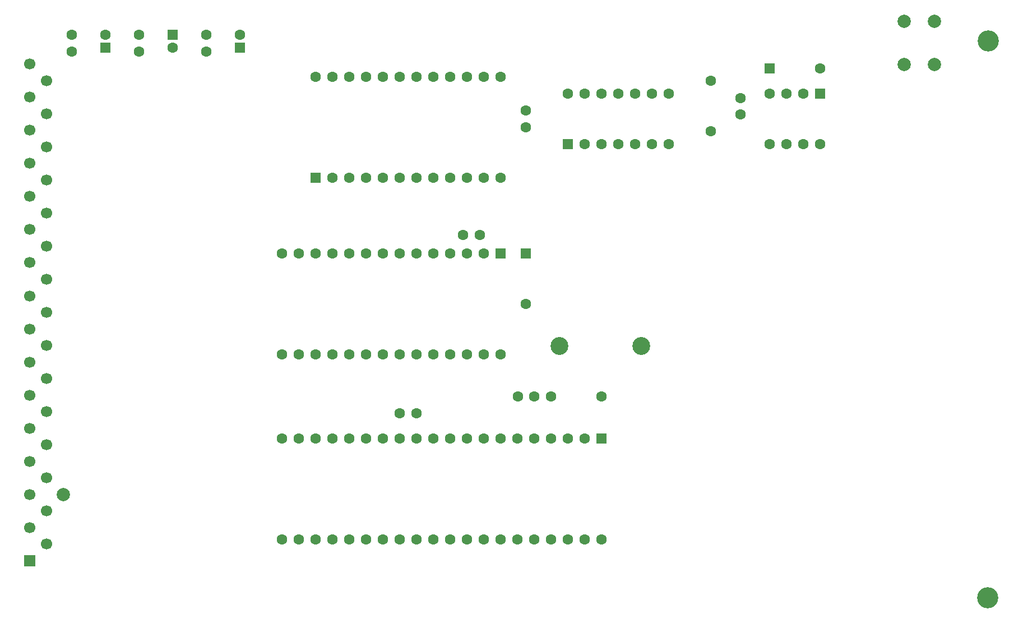
<source format=gbr>
%TF.GenerationSoftware,KiCad,Pcbnew,9.0.6*%
%TF.CreationDate,2026-02-07T23:24:05+01:00*%
%TF.ProjectId,EMUF_6504,454d5546-5f36-4353-9034-2e6b69636164,rev?*%
%TF.SameCoordinates,Original*%
%TF.FileFunction,Soldermask,Top*%
%TF.FilePolarity,Negative*%
%FSLAX46Y46*%
G04 Gerber Fmt 4.6, Leading zero omitted, Abs format (unit mm)*
G04 Created by KiCad (PCBNEW 9.0.6) date 2026-02-07 23:24:05*
%MOMM*%
%LPD*%
G01*
G04 APERTURE LIST*
G04 Aperture macros list*
%AMRoundRect*
0 Rectangle with rounded corners*
0 $1 Rounding radius*
0 $2 $3 $4 $5 $6 $7 $8 $9 X,Y pos of 4 corners*
0 Add a 4 corners polygon primitive as box body*
4,1,4,$2,$3,$4,$5,$6,$7,$8,$9,$2,$3,0*
0 Add four circle primitives for the rounded corners*
1,1,$1+$1,$2,$3*
1,1,$1+$1,$4,$5*
1,1,$1+$1,$6,$7*
1,1,$1+$1,$8,$9*
0 Add four rect primitives between the rounded corners*
20,1,$1+$1,$2,$3,$4,$5,0*
20,1,$1+$1,$4,$5,$6,$7,0*
20,1,$1+$1,$6,$7,$8,$9,0*
20,1,$1+$1,$8,$9,$2,$3,0*%
G04 Aperture macros list end*
%ADD10R,1.700000X1.700000*%
%ADD11C,1.700000*%
%ADD12C,1.600000*%
%ADD13RoundRect,0.250000X-0.550000X0.550000X-0.550000X-0.550000X0.550000X-0.550000X0.550000X0.550000X0*%
%ADD14C,2.700000*%
%ADD15RoundRect,0.250000X0.550000X-0.550000X0.550000X0.550000X-0.550000X0.550000X-0.550000X-0.550000X0*%
%ADD16C,2.000000*%
%ADD17RoundRect,0.250000X-0.550000X-0.550000X0.550000X-0.550000X0.550000X0.550000X-0.550000X0.550000X0*%
%ADD18C,3.200000*%
G04 APERTURE END LIST*
D10*
%TO.C,J1*%
X45720000Y-126440000D03*
D11*
X48220000Y-123940000D03*
X45720000Y-121440000D03*
X48220000Y-118940000D03*
X45720000Y-116440000D03*
X48220000Y-113940000D03*
X45720000Y-111440000D03*
X48220000Y-108940000D03*
X45720000Y-106440000D03*
X48220000Y-103940000D03*
X45720000Y-101440000D03*
X48220000Y-98940000D03*
X45720000Y-96440000D03*
X48220000Y-93940000D03*
X45720000Y-91440000D03*
X48220000Y-88940000D03*
X45720000Y-86440000D03*
X48220000Y-83940000D03*
X45720000Y-81440000D03*
X48220000Y-78940000D03*
X45720000Y-76440000D03*
X48220000Y-73940000D03*
X45720000Y-71440000D03*
X48220000Y-68940000D03*
X45720000Y-66440000D03*
X48220000Y-63940000D03*
X45720000Y-61440000D03*
X48220000Y-58940000D03*
X45720000Y-56440000D03*
X48220000Y-53940000D03*
X45720000Y-51440000D03*
%TD*%
D12*
%TO.C,C2*%
X153035000Y-59055000D03*
X153035000Y-56555000D03*
%TD*%
%TO.C,C4*%
X72390000Y-49530000D03*
X72390000Y-47030000D03*
%TD*%
%TO.C,C6*%
X52070000Y-49530000D03*
X52070000Y-47030000D03*
%TD*%
%TO.C,C8*%
X62230000Y-47030000D03*
X62230000Y-49530000D03*
%TD*%
%TO.C,R1*%
X132080000Y-101600000D03*
X124460000Y-101600000D03*
%TD*%
%TO.C,R2*%
X148590000Y-53975000D03*
X148590000Y-61595000D03*
%TD*%
D13*
%TO.C,U5*%
X132080000Y-107950000D03*
D12*
X129540000Y-107950000D03*
X127000000Y-107950000D03*
X124460000Y-107950000D03*
X121920000Y-107950000D03*
X119380000Y-107950000D03*
X116840000Y-107950000D03*
X114300000Y-107950000D03*
X111760000Y-107950000D03*
X109220000Y-107950000D03*
X106680000Y-107950000D03*
X104140000Y-107950000D03*
X101600000Y-107950000D03*
X99060000Y-107950000D03*
X96520000Y-107950000D03*
X93980000Y-107950000D03*
X91440000Y-107950000D03*
X88900000Y-107950000D03*
X86360000Y-107950000D03*
X83820000Y-107950000D03*
X83820000Y-123190000D03*
X86360000Y-123190000D03*
X88900000Y-123190000D03*
X91440000Y-123190000D03*
X93980000Y-123190000D03*
X96520000Y-123190000D03*
X99060000Y-123190000D03*
X101600000Y-123190000D03*
X104140000Y-123190000D03*
X106680000Y-123190000D03*
X109220000Y-123190000D03*
X111760000Y-123190000D03*
X114300000Y-123190000D03*
X116840000Y-123190000D03*
X119380000Y-123190000D03*
X121920000Y-123190000D03*
X124460000Y-123190000D03*
X127000000Y-123190000D03*
X129540000Y-123190000D03*
X132080000Y-123190000D03*
%TD*%
D14*
%TO.C,Y1*%
X125730000Y-93980000D03*
X138070000Y-93980000D03*
%TD*%
D13*
%TO.C,U1*%
X116840000Y-80010000D03*
D12*
X114300000Y-80010000D03*
X111760000Y-80010000D03*
X109220000Y-80010000D03*
X106680000Y-80010000D03*
X104140000Y-80010000D03*
X101600000Y-80010000D03*
X99060000Y-80010000D03*
X96520000Y-80010000D03*
X93980000Y-80010000D03*
X91440000Y-80010000D03*
X88900000Y-80010000D03*
X86360000Y-80010000D03*
X83820000Y-80010000D03*
X83820000Y-95250000D03*
X86360000Y-95250000D03*
X88900000Y-95250000D03*
X91440000Y-95250000D03*
X93980000Y-95250000D03*
X96520000Y-95250000D03*
X99060000Y-95250000D03*
X101600000Y-95250000D03*
X104140000Y-95250000D03*
X106680000Y-95250000D03*
X109220000Y-95250000D03*
X111760000Y-95250000D03*
X114300000Y-95250000D03*
X116840000Y-95250000D03*
%TD*%
D13*
%TO.C,C7*%
X67310000Y-46990000D03*
D12*
X67310000Y-48990000D03*
%TD*%
D13*
%TO.C,U3*%
X165100000Y-55880000D03*
D12*
X162560000Y-55880000D03*
X160020000Y-55880000D03*
X157480000Y-55880000D03*
X157480000Y-63500000D03*
X160020000Y-63500000D03*
X162560000Y-63500000D03*
X165100000Y-63500000D03*
%TD*%
%TO.C,C11*%
X111125000Y-77216000D03*
X113625000Y-77216000D03*
%TD*%
D15*
%TO.C,U2*%
X127000000Y-63500000D03*
D12*
X129540000Y-63500000D03*
X132080000Y-63500000D03*
X134620000Y-63500000D03*
X137160000Y-63500000D03*
X139700000Y-63500000D03*
X142240000Y-63500000D03*
X142240000Y-55880000D03*
X139700000Y-55880000D03*
X137160000Y-55880000D03*
X134620000Y-55880000D03*
X132080000Y-55880000D03*
X129540000Y-55880000D03*
X127000000Y-55880000D03*
%TD*%
D15*
%TO.C,C5*%
X57150000Y-48990000D03*
D12*
X57150000Y-46990000D03*
%TD*%
D13*
%TO.C,D1*%
X120650000Y-80010000D03*
D12*
X120650000Y-87630000D03*
%TD*%
%TO.C,C9*%
X101600000Y-104140000D03*
X104100000Y-104140000D03*
%TD*%
%TO.C,C1*%
X121920000Y-101600000D03*
X119420000Y-101600000D03*
%TD*%
D15*
%TO.C,U4*%
X88900000Y-68580000D03*
D12*
X91440000Y-68580000D03*
X93980000Y-68580000D03*
X96520000Y-68580000D03*
X99060000Y-68580000D03*
X101600000Y-68580000D03*
X104140000Y-68580000D03*
X106680000Y-68580000D03*
X109220000Y-68580000D03*
X111760000Y-68580000D03*
X114300000Y-68580000D03*
X116840000Y-68580000D03*
X116840000Y-53340000D03*
X114300000Y-53340000D03*
X111760000Y-53340000D03*
X109220000Y-53340000D03*
X106680000Y-53340000D03*
X104140000Y-53340000D03*
X101600000Y-53340000D03*
X99060000Y-53340000D03*
X96520000Y-53340000D03*
X93980000Y-53340000D03*
X91440000Y-53340000D03*
X88900000Y-53340000D03*
%TD*%
D16*
%TO.C,SW1*%
X182300000Y-45010000D03*
X182300000Y-51510000D03*
X177800000Y-45010000D03*
X177800000Y-51510000D03*
%TD*%
D17*
%TO.C,D2*%
X157480000Y-52070000D03*
D12*
X165100000Y-52070000D03*
%TD*%
%TO.C,C10*%
X120650000Y-58460000D03*
X120650000Y-60960000D03*
%TD*%
D18*
%TO.C,REF\u002A\u002A*%
X190420000Y-47970000D03*
%TD*%
%TO.C,REF\u002A\u002A*%
X190400000Y-132000000D03*
%TD*%
D15*
%TO.C,C3*%
X77470000Y-48990000D03*
D12*
X77470000Y-46990000D03*
%TD*%
D16*
X50800000Y-116459000D03*
M02*

</source>
